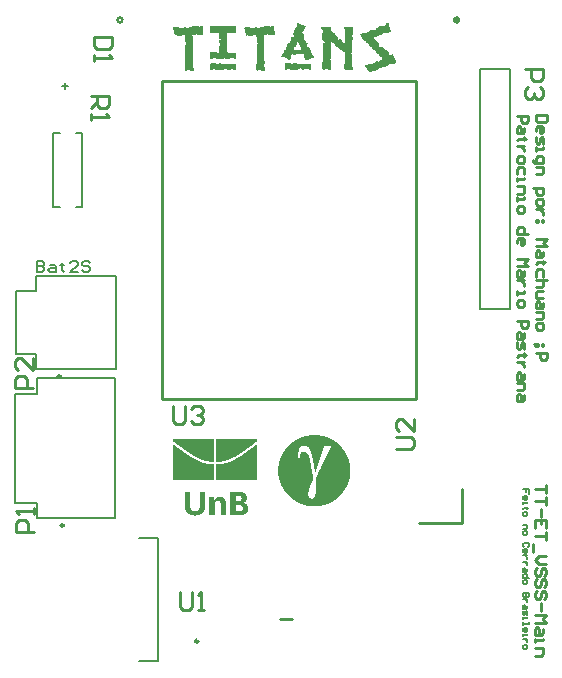
<source format=gbr>
G04*
G04 #@! TF.GenerationSoftware,Altium Limited,Altium Designer,25.0.2 (28)*
G04*
G04 Layer_Color=65535*
%FSLAX44Y44*%
%MOMM*%
G71*
G04*
G04 #@! TF.SameCoordinates,4711C13A-52D9-45D7-B3A0-D515BE669C82*
G04*
G04*
G04 #@! TF.FilePolarity,Positive*
G04*
G01*
G75*
%ADD10C,0.2540*%
%ADD11C,0.2500*%
%ADD12C,0.2000*%
%ADD13C,0.1540*%
G36*
X1004592Y1028186D02*
X1004316D01*
Y1028047D01*
X1004178D01*
Y1027909D01*
X1004040D01*
Y1027771D01*
X1003763D01*
Y1027633D01*
X1003625D01*
Y1027495D01*
X1003349D01*
Y1027356D01*
X1003211D01*
Y1027218D01*
X1003072D01*
Y1027080D01*
X1002796D01*
Y1026942D01*
X1002658D01*
Y1026804D01*
X1002520D01*
Y1026665D01*
X1002243D01*
Y1026527D01*
X1002105D01*
Y1026389D01*
X1001829D01*
Y1026251D01*
X1001691D01*
Y1026113D01*
X1001552D01*
Y1025975D01*
X1001276D01*
Y1025836D01*
X1001138D01*
Y1025698D01*
X1000861D01*
Y1025560D01*
X1000723D01*
Y1025422D01*
X1000585D01*
Y1025284D01*
X1000309D01*
Y1025145D01*
X1000170D01*
Y1025007D01*
X1000032D01*
Y1024869D01*
X999756D01*
Y1024731D01*
X999618D01*
Y1024593D01*
X999341D01*
Y1024455D01*
X999203D01*
Y1024316D01*
X999065D01*
Y1024178D01*
X998789D01*
Y1024040D01*
X998650D01*
Y1023902D01*
X998512D01*
Y1023764D01*
X998236D01*
Y1023625D01*
X998098D01*
Y1023487D01*
X997821D01*
Y1023349D01*
X997683D01*
Y1023211D01*
X997545D01*
Y1023073D01*
X997269D01*
Y1022935D01*
X997130D01*
Y1022796D01*
X996992D01*
Y1022658D01*
X996716D01*
Y1022520D01*
X996578D01*
Y1022382D01*
X996440D01*
Y1022244D01*
X996163D01*
Y1022105D01*
X996025D01*
Y1021967D01*
X995749D01*
Y1021829D01*
X995610D01*
Y1021691D01*
X995472D01*
Y1021553D01*
X995196D01*
Y1021414D01*
X995058D01*
Y1021276D01*
X994781D01*
Y1021138D01*
X994643D01*
Y1021000D01*
X994505D01*
Y1020862D01*
X994229D01*
Y1020724D01*
X994090D01*
Y1020585D01*
X993814D01*
Y1020447D01*
X993676D01*
Y1020309D01*
X993538D01*
Y1020171D01*
X993261D01*
Y1020033D01*
X993123D01*
Y1019894D01*
X992847D01*
Y1019756D01*
X992709D01*
Y1019618D01*
X992570D01*
Y1019480D01*
X992294D01*
Y1019342D01*
X992156D01*
Y1019204D01*
X991879D01*
Y1019065D01*
X991741D01*
Y1018927D01*
X991603D01*
Y1018789D01*
X991327D01*
Y1018651D01*
X991189D01*
Y1018513D01*
X990912D01*
Y1018374D01*
X990774D01*
Y1018236D01*
X990498D01*
Y1018098D01*
X990359D01*
Y1017960D01*
X990083D01*
Y1017822D01*
X989945D01*
Y1017684D01*
X989669D01*
Y1017545D01*
X989392D01*
Y1017407D01*
X989254D01*
Y1017269D01*
X988978D01*
Y1017131D01*
X988839D01*
Y1016993D01*
X988563D01*
Y1016854D01*
X988287D01*
Y1016716D01*
X988148D01*
Y1016578D01*
X987872D01*
Y1016440D01*
X987596D01*
Y1016302D01*
X987458D01*
Y1016164D01*
X987181D01*
Y1016025D01*
X986905D01*
Y1015887D01*
X986628D01*
Y1015749D01*
X986490D01*
Y1015611D01*
X986214D01*
Y1015473D01*
X985938D01*
Y1015334D01*
X985661D01*
Y1015196D01*
X985385D01*
Y1015058D01*
X985108D01*
Y1014920D01*
X984832D01*
Y1014782D01*
X984556D01*
Y1014643D01*
X984279D01*
Y1014505D01*
X984003D01*
Y1014367D01*
X983727D01*
Y1014229D01*
X983450D01*
Y1014091D01*
X983174D01*
Y1013953D01*
X982897D01*
Y1013814D01*
X982621D01*
Y1013676D01*
X982345D01*
Y1013538D01*
X982068D01*
Y1013400D01*
X981654D01*
Y1013262D01*
X981377D01*
Y1013123D01*
X981101D01*
Y1012985D01*
X980686D01*
Y1012847D01*
X980410D01*
Y1012709D01*
X979996D01*
Y1012571D01*
X979581D01*
Y1012433D01*
X979166D01*
Y1012294D01*
X978752D01*
Y1012156D01*
X978337D01*
Y1012018D01*
X977785D01*
Y1011880D01*
X977232D01*
Y1011742D01*
X976541D01*
Y1011603D01*
X975574D01*
Y1011465D01*
X974606D01*
Y1011327D01*
X972810D01*
Y1011189D01*
X970185D01*
Y1030811D01*
X1004592D01*
Y1028186D01*
D02*
G37*
G36*
X968250Y1011189D02*
X965486D01*
Y1011327D01*
X963828D01*
Y1011465D01*
X962723D01*
Y1011603D01*
X961894D01*
Y1011742D01*
X961203D01*
Y1011880D01*
X960650D01*
Y1012018D01*
X960097D01*
Y1012156D01*
X959683D01*
Y1012294D01*
X959130D01*
Y1012433D01*
X958715D01*
Y1012571D01*
X958301D01*
Y1012709D01*
X958024D01*
Y1012847D01*
X957610D01*
Y1012985D01*
X957334D01*
Y1013123D01*
X957057D01*
Y1013262D01*
X956643D01*
Y1013400D01*
X956366D01*
Y1013538D01*
X956090D01*
Y1013676D01*
X955814D01*
Y1013814D01*
X955537D01*
Y1013953D01*
X955123D01*
Y1014091D01*
X954846D01*
Y1014229D01*
X954570D01*
Y1014367D01*
X954294D01*
Y1014505D01*
X954017D01*
Y1014643D01*
X953741D01*
Y1014782D01*
X953464D01*
Y1014920D01*
X953188D01*
Y1015058D01*
X953050D01*
Y1015196D01*
X952774D01*
Y1015334D01*
X952497D01*
Y1015473D01*
X952221D01*
Y1015611D01*
X951944D01*
Y1015749D01*
X951806D01*
Y1015887D01*
X951530D01*
Y1016025D01*
X951253D01*
Y1016164D01*
X950977D01*
Y1016302D01*
X950701D01*
Y1016440D01*
X950563D01*
Y1016578D01*
X950286D01*
Y1016716D01*
X950010D01*
Y1016854D01*
X949872D01*
Y1016993D01*
X949595D01*
Y1017131D01*
X949319D01*
Y1017269D01*
X949181D01*
Y1017407D01*
X948904D01*
Y1017545D01*
X948766D01*
Y1017684D01*
X948490D01*
Y1017822D01*
X948352D01*
Y1017960D01*
X948075D01*
Y1018098D01*
X947937D01*
Y1018236D01*
X947661D01*
Y1018374D01*
X947523D01*
Y1018513D01*
X947246D01*
Y1018651D01*
X947108D01*
Y1018789D01*
X946832D01*
Y1018927D01*
X946693D01*
Y1019065D01*
X946417D01*
Y1019204D01*
X946279D01*
Y1019342D01*
X946003D01*
Y1019480D01*
X945864D01*
Y1019618D01*
X945726D01*
Y1019756D01*
X945450D01*
Y1019894D01*
X945312D01*
Y1020033D01*
X945035D01*
Y1020171D01*
X944897D01*
Y1020309D01*
X944759D01*
Y1020447D01*
X944482D01*
Y1020585D01*
X944344D01*
Y1020724D01*
X944206D01*
Y1020862D01*
X943930D01*
Y1021000D01*
X943792D01*
Y1021138D01*
X943515D01*
Y1021276D01*
X943377D01*
Y1021414D01*
X943239D01*
Y1021553D01*
X942962D01*
Y1021691D01*
X942824D01*
Y1021829D01*
X942686D01*
Y1021967D01*
X942410D01*
Y1022105D01*
X942271D01*
Y1022244D01*
X941995D01*
Y1022382D01*
X941857D01*
Y1022520D01*
X941581D01*
Y1022658D01*
X941442D01*
Y1022796D01*
X941304D01*
Y1022935D01*
X941028D01*
Y1023073D01*
X940890D01*
Y1023211D01*
X940751D01*
Y1023349D01*
X940475D01*
Y1023487D01*
X940337D01*
Y1023625D01*
X940199D01*
Y1023764D01*
X939922D01*
Y1023902D01*
X939784D01*
Y1024040D01*
X939508D01*
Y1024178D01*
X939370D01*
Y1024316D01*
X939231D01*
Y1024455D01*
X938955D01*
Y1024593D01*
X938817D01*
Y1024731D01*
X938540D01*
Y1024869D01*
X938402D01*
Y1025007D01*
X938264D01*
Y1025145D01*
X937988D01*
Y1025284D01*
X937850D01*
Y1025422D01*
X937711D01*
Y1025560D01*
X937435D01*
Y1025698D01*
X937297D01*
Y1025836D01*
X937159D01*
Y1025975D01*
X936882D01*
Y1026113D01*
X936744D01*
Y1026251D01*
X936468D01*
Y1026389D01*
X936330D01*
Y1026527D01*
X936191D01*
Y1026665D01*
X935915D01*
Y1026804D01*
X935777D01*
Y1026942D01*
X935639D01*
Y1027080D01*
X935362D01*
Y1027218D01*
X935224D01*
Y1027356D01*
X934948D01*
Y1027495D01*
X934810D01*
Y1027633D01*
X934533D01*
Y1027771D01*
X934395D01*
Y1027909D01*
X934257D01*
Y1028047D01*
X933980D01*
Y1028186D01*
X933842D01*
Y1030811D01*
X968250D01*
Y1011189D01*
D02*
G37*
G36*
X1004592Y995436D02*
X970185D01*
Y1009116D01*
X971705D01*
Y1009254D01*
X974054D01*
Y1009393D01*
X975297D01*
Y1009531D01*
X976265D01*
Y1009669D01*
X976956D01*
Y1009807D01*
X977646D01*
Y1009945D01*
X978199D01*
Y1010083D01*
X978752D01*
Y1010222D01*
X979305D01*
Y1010360D01*
X979719D01*
Y1010498D01*
X980134D01*
Y1010636D01*
X980548D01*
Y1010774D01*
X980825D01*
Y1010913D01*
X981239D01*
Y1011051D01*
X981654D01*
Y1011189D01*
X981930D01*
Y1011327D01*
X982207D01*
Y1011465D01*
X982483D01*
Y1011603D01*
X982897D01*
Y1011742D01*
X983174D01*
Y1011880D01*
X983450D01*
Y1012018D01*
X983727D01*
Y1012156D01*
X984003D01*
Y1012294D01*
X984279D01*
Y1012433D01*
X984694D01*
Y1012571D01*
X984832D01*
Y1012709D01*
X985108D01*
Y1012847D01*
X985523D01*
Y1012985D01*
X985661D01*
Y1013123D01*
X985938D01*
Y1013262D01*
X986214D01*
Y1013400D01*
X986490D01*
Y1013538D01*
X986767D01*
Y1013676D01*
X987043D01*
Y1013814D01*
X987181D01*
Y1013953D01*
X987458D01*
Y1014091D01*
X987734D01*
Y1014229D01*
X988010D01*
Y1014367D01*
X988287D01*
Y1014505D01*
X988425D01*
Y1014643D01*
X988701D01*
Y1014782D01*
X988978D01*
Y1014920D01*
X989116D01*
Y1015058D01*
X989392D01*
Y1015196D01*
X989669D01*
Y1015334D01*
X989807D01*
Y1015473D01*
X990083D01*
Y1015611D01*
X990359D01*
Y1015749D01*
X990498D01*
Y1015887D01*
X990774D01*
Y1016025D01*
X990912D01*
Y1016164D01*
X991189D01*
Y1016302D01*
X991465D01*
Y1016440D01*
X991603D01*
Y1016578D01*
X991741D01*
Y1016716D01*
X992018D01*
Y1016854D01*
X992294D01*
Y1016993D01*
X992432D01*
Y1017131D01*
X992709D01*
Y1017269D01*
X992847D01*
Y1017407D01*
X992985D01*
Y1017545D01*
X993261D01*
Y1017684D01*
X993399D01*
Y1017822D01*
X993676D01*
Y1017960D01*
X993814D01*
Y1018098D01*
X993952D01*
Y1018236D01*
X994229D01*
Y1018374D01*
X994367D01*
Y1018513D01*
X994643D01*
Y1018651D01*
X994781D01*
Y1018789D01*
X994919D01*
Y1018927D01*
X995196D01*
Y1019065D01*
X995334D01*
Y1019204D01*
X995472D01*
Y1019342D01*
X995749D01*
Y1019480D01*
X995887D01*
Y1019618D01*
X996163D01*
Y1019756D01*
X996301D01*
Y1019894D01*
X996440D01*
Y1020033D01*
X996716D01*
Y1020171D01*
X996854D01*
Y1020309D01*
X996992D01*
Y1020447D01*
X997269D01*
Y1020585D01*
X997407D01*
Y1020724D01*
X997683D01*
Y1020862D01*
X997821D01*
Y1021000D01*
X997960D01*
Y1021138D01*
X998236D01*
Y1021276D01*
X998374D01*
Y1021414D01*
X998512D01*
Y1021553D01*
X998789D01*
Y1021691D01*
X998927D01*
Y1021829D01*
X999203D01*
Y1021967D01*
X999341D01*
Y1022105D01*
X999480D01*
Y1022244D01*
X999756D01*
Y1022382D01*
X999894D01*
Y1022520D01*
X1000170D01*
Y1022658D01*
X1000309D01*
Y1022796D01*
X1000447D01*
Y1022935D01*
X1000723D01*
Y1023073D01*
X1000861D01*
Y1023211D01*
X1001000D01*
Y1023349D01*
X1001276D01*
Y1023487D01*
X1001414D01*
Y1023625D01*
X1001691D01*
Y1023764D01*
X1001829D01*
Y1023902D01*
X1001967D01*
Y1024040D01*
X1002243D01*
Y1024178D01*
X1002381D01*
Y1024316D01*
X1002658D01*
Y1024455D01*
X1002796D01*
Y1024593D01*
X1002934D01*
Y1024731D01*
X1003211D01*
Y1024869D01*
X1003349D01*
Y1025007D01*
X1003487D01*
Y1025145D01*
X1003763D01*
Y1025284D01*
X1003901D01*
Y1025422D01*
X1004178D01*
Y1025560D01*
X1004316D01*
Y1025698D01*
X1004592D01*
Y995436D01*
D02*
G37*
G36*
X934119Y1025560D02*
X934257D01*
Y1025422D01*
X934395D01*
Y1025284D01*
X934671D01*
Y1025145D01*
X934810D01*
Y1025007D01*
X935086D01*
Y1024869D01*
X935224D01*
Y1024731D01*
X935500D01*
Y1024593D01*
X935639D01*
Y1024455D01*
X935777D01*
Y1024316D01*
X936053D01*
Y1024178D01*
X936191D01*
Y1024040D01*
X936330D01*
Y1023902D01*
X936606D01*
Y1023764D01*
X936744D01*
Y1023625D01*
X937020D01*
Y1023487D01*
X937159D01*
Y1023349D01*
X937297D01*
Y1023211D01*
X937573D01*
Y1023073D01*
X937711D01*
Y1022935D01*
X937850D01*
Y1022796D01*
X938126D01*
Y1022658D01*
X938264D01*
Y1022520D01*
X938540D01*
Y1022382D01*
X938679D01*
Y1022244D01*
X938817D01*
Y1022105D01*
X939093D01*
Y1021967D01*
X939231D01*
Y1021829D01*
X939508D01*
Y1021691D01*
X939646D01*
Y1021553D01*
X939784D01*
Y1021414D01*
X940061D01*
Y1021276D01*
X940199D01*
Y1021138D01*
X940337D01*
Y1021000D01*
X940613D01*
Y1020862D01*
X940751D01*
Y1020724D01*
X941028D01*
Y1020585D01*
X941166D01*
Y1020447D01*
X941304D01*
Y1020309D01*
X941581D01*
Y1020171D01*
X941719D01*
Y1020033D01*
X941857D01*
Y1019894D01*
X942133D01*
Y1019756D01*
X942271D01*
Y1019618D01*
X942548D01*
Y1019480D01*
X942686D01*
Y1019342D01*
X942824D01*
Y1019204D01*
X943101D01*
Y1019065D01*
X943239D01*
Y1018927D01*
X943377D01*
Y1018789D01*
X943653D01*
Y1018651D01*
X943792D01*
Y1018513D01*
X944068D01*
Y1018374D01*
X944206D01*
Y1018236D01*
X944344D01*
Y1018098D01*
X944621D01*
Y1017960D01*
X944759D01*
Y1017822D01*
X945035D01*
Y1017684D01*
X945173D01*
Y1017545D01*
X945312D01*
Y1017407D01*
X945588D01*
Y1017269D01*
X945726D01*
Y1017131D01*
X946003D01*
Y1016993D01*
X946141D01*
Y1016854D01*
X946417D01*
Y1016716D01*
X946555D01*
Y1016578D01*
X946832D01*
Y1016440D01*
X946970D01*
Y1016302D01*
X947246D01*
Y1016164D01*
X947384D01*
Y1016025D01*
X947661D01*
Y1015887D01*
X947937D01*
Y1015749D01*
X948075D01*
Y1015611D01*
X948352D01*
Y1015473D01*
X948490D01*
Y1015334D01*
X948766D01*
Y1015196D01*
X949043D01*
Y1015058D01*
X949181D01*
Y1014920D01*
X949457D01*
Y1014782D01*
X949733D01*
Y1014643D01*
X950010D01*
Y1014505D01*
X950148D01*
Y1014367D01*
X950424D01*
Y1014229D01*
X950701D01*
Y1014091D01*
X950977D01*
Y1013953D01*
X951115D01*
Y1013814D01*
X951392D01*
Y1013676D01*
X951668D01*
Y1013538D01*
X951944D01*
Y1013400D01*
X952221D01*
Y1013262D01*
X952359D01*
Y1013123D01*
X952774D01*
Y1012985D01*
X952912D01*
Y1012847D01*
X953188D01*
Y1012709D01*
X953464D01*
Y1012571D01*
X953741D01*
Y1012433D01*
X954155D01*
Y1012294D01*
X954294D01*
Y1012156D01*
X954570D01*
Y1012018D01*
X954984D01*
Y1011880D01*
X955261D01*
Y1011742D01*
X955537D01*
Y1011603D01*
X955814D01*
Y1011465D01*
X956090D01*
Y1011327D01*
X956504D01*
Y1011189D01*
X956781D01*
Y1011051D01*
X957195D01*
Y1010913D01*
X957472D01*
Y1010774D01*
X957886D01*
Y1010636D01*
X958301D01*
Y1010498D01*
X958715D01*
Y1010360D01*
X959130D01*
Y1010222D01*
X959683D01*
Y1010083D01*
X960097D01*
Y1009945D01*
X960788D01*
Y1009807D01*
X961341D01*
Y1009669D01*
X962170D01*
Y1009531D01*
X963137D01*
Y1009393D01*
X964381D01*
Y1009254D01*
X966177D01*
Y1009116D01*
X966315D01*
Y1009254D01*
X966592D01*
Y1009116D01*
X968112D01*
Y995436D01*
X933842D01*
Y1025698D01*
X934119D01*
Y1025560D01*
D02*
G37*
G36*
X974054Y981203D02*
X975021D01*
Y981065D01*
X975436D01*
Y980927D01*
X975850D01*
Y980789D01*
X976126D01*
Y980650D01*
X976265D01*
Y980512D01*
X976541D01*
Y980374D01*
X976679D01*
Y980236D01*
X976817D01*
Y980098D01*
X976956D01*
Y979959D01*
X977094D01*
Y979821D01*
X977232D01*
Y979683D01*
X977370D01*
Y979407D01*
X977508D01*
Y979269D01*
X977646D01*
Y978992D01*
X977785D01*
Y978716D01*
X977923D01*
Y978301D01*
X978061D01*
Y977748D01*
X978199D01*
Y976919D01*
X978337D01*
Y966003D01*
X978199D01*
Y965865D01*
X973916D01*
Y966003D01*
X973777D01*
Y976228D01*
X973639D01*
Y976643D01*
X973501D01*
Y976919D01*
X973363D01*
Y977196D01*
X973225D01*
Y977334D01*
X973086D01*
Y977472D01*
X972948D01*
Y977610D01*
X972810D01*
Y977748D01*
X972395D01*
Y977887D01*
X970737D01*
Y977748D01*
X970323D01*
Y977610D01*
X970046D01*
Y977472D01*
X969908D01*
Y977334D01*
X969770D01*
Y977196D01*
X969632D01*
Y977058D01*
X969494D01*
Y976919D01*
X969355D01*
Y976643D01*
X969217D01*
Y976367D01*
X969079D01*
Y975952D01*
X968941D01*
Y975538D01*
X968803D01*
Y974708D01*
X968665D01*
Y965865D01*
X964381D01*
Y966003D01*
X964243D01*
Y981065D01*
X968388D01*
Y980512D01*
X968526D01*
Y978854D01*
X968665D01*
Y978301D01*
X968803D01*
Y978439D01*
X968941D01*
Y978716D01*
X969079D01*
Y978992D01*
X969217D01*
Y979269D01*
X969355D01*
Y979407D01*
X969494D01*
Y979683D01*
X969632D01*
Y979821D01*
X969770D01*
Y979959D01*
X969908D01*
Y980098D01*
X970046D01*
Y980236D01*
X970185D01*
Y980374D01*
X970461D01*
Y980512D01*
X970599D01*
Y980650D01*
X970875D01*
Y980789D01*
X971152D01*
Y980927D01*
X971566D01*
Y981065D01*
X971981D01*
Y981203D01*
X972948D01*
Y981341D01*
X974054D01*
Y981203D01*
D02*
G37*
G36*
X1057743Y1033038D02*
X1060252D01*
Y1032620D01*
X1061925D01*
Y1032202D01*
X1063179D01*
Y1031784D01*
X1064433D01*
Y1031366D01*
X1065270D01*
Y1030947D01*
X1066524D01*
Y1030529D01*
X1066942D01*
Y1030111D01*
X1068197D01*
Y1029693D01*
X1068615D01*
Y1029275D01*
X1069451D01*
Y1028857D01*
X1070287D01*
Y1028438D01*
X1070706D01*
Y1028020D01*
X1071124D01*
Y1027602D01*
X1071960D01*
Y1027184D01*
X1072378D01*
Y1026766D01*
X1072796D01*
Y1026348D01*
X1073633D01*
Y1025929D01*
X1074051D01*
Y1025511D01*
X1074469D01*
Y1025093D01*
X1074887D01*
Y1024675D01*
X1075305D01*
Y1024257D01*
X1075723D01*
Y1023839D01*
X1076142D01*
Y1023421D01*
X1076560D01*
Y1023002D01*
X1076978D01*
Y1022166D01*
X1077396D01*
Y1021748D01*
X1077814D01*
Y1021330D01*
X1078232D01*
Y1020494D01*
X1078650D01*
Y1020076D01*
X1079069D01*
Y1019239D01*
X1079487D01*
Y1018821D01*
X1079905D01*
Y1017985D01*
X1080323D01*
Y1017149D01*
X1080741D01*
Y1016312D01*
X1081159D01*
Y1015476D01*
X1081577D01*
Y1014640D01*
X1081996D01*
Y1013385D01*
X1082414D01*
Y1012131D01*
X1082832D01*
Y1010458D01*
X1083250D01*
Y1008367D01*
X1083668D01*
Y1003350D01*
X1084086D01*
Y1002931D01*
X1083668D01*
Y998750D01*
X1083250D01*
Y996659D01*
X1082832D01*
Y994987D01*
X1082414D01*
Y993732D01*
X1081996D01*
Y992896D01*
X1081577D01*
Y991641D01*
X1081159D01*
Y990805D01*
X1080741D01*
Y989969D01*
X1080323D01*
Y989133D01*
X1079905D01*
Y988715D01*
X1079487D01*
Y987878D01*
X1079069D01*
Y987042D01*
X1078650D01*
Y986624D01*
X1078232D01*
Y986206D01*
X1077814D01*
Y985369D01*
X1077396D01*
Y984951D01*
X1076978D01*
Y984533D01*
X1076560D01*
Y984115D01*
X1076142D01*
Y983697D01*
X1075723D01*
Y982860D01*
X1075305D01*
Y982442D01*
X1074887D01*
Y982024D01*
X1074051D01*
Y981606D01*
X1073633D01*
Y981188D01*
X1073214D01*
Y980770D01*
X1072796D01*
Y980351D01*
X1072378D01*
Y979933D01*
X1071542D01*
Y979515D01*
X1071124D01*
Y979097D01*
X1070706D01*
Y978679D01*
X1069869D01*
Y978261D01*
X1069033D01*
Y977843D01*
X1068615D01*
Y977424D01*
X1067779D01*
Y977006D01*
X1066942D01*
Y976588D01*
X1066106D01*
Y976170D01*
X1065270D01*
Y975752D01*
X1064015D01*
Y975334D01*
X1062761D01*
Y974916D01*
X1061506D01*
Y974497D01*
X1059834D01*
Y974079D01*
X1056907D01*
Y973661D01*
X1049380D01*
Y974079D01*
X1046453D01*
Y974497D01*
X1045199D01*
Y974916D01*
X1043526D01*
Y975334D01*
X1042272D01*
Y975752D01*
X1041435D01*
Y976170D01*
X1040181D01*
Y976588D01*
X1039345D01*
Y977006D01*
X1038508D01*
Y977424D01*
X1037672D01*
Y977843D01*
X1037254D01*
Y978261D01*
X1036417D01*
Y978679D01*
X1035999D01*
Y979097D01*
X1035163D01*
Y979515D01*
X1034745D01*
Y979933D01*
X1033909D01*
Y980351D01*
X1033491D01*
Y980770D01*
X1033072D01*
Y981188D01*
X1032654D01*
Y981606D01*
X1032236D01*
Y982024D01*
X1031818D01*
Y982442D01*
X1031400D01*
Y982860D01*
X1030982D01*
Y983279D01*
X1030563D01*
Y983697D01*
X1030145D01*
Y984115D01*
X1029727D01*
Y984533D01*
X1029309D01*
Y984951D01*
X1028891D01*
Y985369D01*
X1028473D01*
Y986206D01*
X1028055D01*
Y986624D01*
X1027636D01*
Y987460D01*
X1027218D01*
Y987878D01*
X1026800D01*
Y988715D01*
X1026382D01*
Y989551D01*
X1025964D01*
Y990387D01*
X1025546D01*
Y990805D01*
X1025127D01*
Y991641D01*
X1024709D01*
Y992896D01*
X1024291D01*
Y994150D01*
X1023873D01*
Y995405D01*
X1023455D01*
Y997077D01*
X1023037D01*
Y999168D01*
X1022619D01*
Y1007949D01*
X1023037D01*
Y1010458D01*
X1023455D01*
Y1011713D01*
X1023873D01*
Y1012967D01*
X1024291D01*
Y1014221D01*
X1024709D01*
Y1015476D01*
X1025127D01*
Y1016312D01*
X1025546D01*
Y1017149D01*
X1025964D01*
Y1017985D01*
X1026382D01*
Y1018403D01*
X1026800D01*
Y1019239D01*
X1027218D01*
Y1020076D01*
X1027636D01*
Y1020494D01*
X1028055D01*
Y1020912D01*
X1028473D01*
Y1021748D01*
X1028891D01*
Y1022166D01*
X1029309D01*
Y1022584D01*
X1029727D01*
Y1023002D01*
X1030145D01*
Y1023839D01*
X1030563D01*
Y1024257D01*
X1030982D01*
Y1024675D01*
X1031400D01*
Y1025093D01*
X1031818D01*
Y1025511D01*
X1032654D01*
Y1025929D01*
X1033072D01*
Y1026348D01*
X1033491D01*
Y1026766D01*
X1033909D01*
Y1027184D01*
X1034327D01*
Y1027602D01*
X1035163D01*
Y1028020D01*
X1035581D01*
Y1028438D01*
X1036417D01*
Y1028857D01*
X1036836D01*
Y1029275D01*
X1037672D01*
Y1029693D01*
X1038508D01*
Y1030111D01*
X1039345D01*
Y1030529D01*
X1040181D01*
Y1030947D01*
X1041017D01*
Y1031366D01*
X1042272D01*
Y1031784D01*
X1043108D01*
Y1032202D01*
X1044362D01*
Y1032620D01*
X1046035D01*
Y1033038D01*
X1048544D01*
Y1033456D01*
X1057743D01*
Y1033038D01*
D02*
G37*
G36*
X960512Y972221D02*
X960374D01*
Y971254D01*
X960235D01*
Y970701D01*
X960097D01*
Y970287D01*
X959959D01*
Y969872D01*
X959821D01*
Y969596D01*
X959683D01*
Y969319D01*
X959545D01*
Y969043D01*
X959406D01*
Y968767D01*
X959268D01*
Y968628D01*
X959130D01*
Y968352D01*
X958992D01*
Y968214D01*
X958854D01*
Y968076D01*
X958715D01*
Y967937D01*
X958577D01*
Y967799D01*
X958439D01*
Y967661D01*
X958301D01*
Y967523D01*
X958163D01*
Y967385D01*
X958024D01*
Y967247D01*
X957748D01*
Y967108D01*
X957610D01*
Y966970D01*
X957334D01*
Y966832D01*
X957195D01*
Y966694D01*
X956919D01*
Y966556D01*
X956643D01*
Y966417D01*
X956228D01*
Y966279D01*
X955952D01*
Y966141D01*
X955399D01*
Y966003D01*
X954984D01*
Y965865D01*
X954155D01*
Y965726D01*
X952912D01*
Y965588D01*
X951253D01*
Y965726D01*
X949872D01*
Y965865D01*
X949181D01*
Y966003D01*
X948628D01*
Y966141D01*
X948213D01*
Y966279D01*
X947799D01*
Y966417D01*
X947523D01*
Y966556D01*
X947246D01*
Y966694D01*
X946970D01*
Y966832D01*
X946693D01*
Y966970D01*
X946555D01*
Y967108D01*
X946279D01*
Y967247D01*
X946141D01*
Y967385D01*
X946003D01*
Y967523D01*
X945864D01*
Y967661D01*
X945726D01*
Y967799D01*
X945588D01*
Y967937D01*
X945450D01*
Y968076D01*
X945312D01*
Y968214D01*
X945173D01*
Y968352D01*
X945035D01*
Y968628D01*
X944897D01*
Y968767D01*
X944759D01*
Y969043D01*
X944621D01*
Y969181D01*
X944482D01*
Y969596D01*
X944344D01*
Y969872D01*
X944206D01*
Y970148D01*
X944068D01*
Y970701D01*
X943930D01*
Y971254D01*
X943792D01*
Y972221D01*
X943653D01*
Y985487D01*
X943792D01*
Y985625D01*
X948075D01*
Y985487D01*
X948213D01*
Y972221D01*
X948352D01*
Y971668D01*
X948490D01*
Y971254D01*
X948628D01*
Y970977D01*
X948766D01*
Y970701D01*
X948904D01*
Y970563D01*
X949043D01*
Y970425D01*
X949181D01*
Y970148D01*
X949457D01*
Y970010D01*
X949595D01*
Y969872D01*
X949733D01*
Y969734D01*
X949872D01*
Y969596D01*
X950148D01*
Y969457D01*
X950563D01*
Y969319D01*
X951115D01*
Y969181D01*
X953188D01*
Y969319D01*
X953741D01*
Y969457D01*
X954017D01*
Y969596D01*
X954294D01*
Y969734D01*
X954432D01*
Y969872D01*
X954708D01*
Y970010D01*
X954846D01*
Y970148D01*
X954984D01*
Y970287D01*
X955123D01*
Y970563D01*
X955261D01*
Y970701D01*
X955399D01*
Y970977D01*
X955537D01*
Y971392D01*
X955675D01*
Y971807D01*
X955814D01*
Y972359D01*
X955952D01*
Y985487D01*
X956090D01*
Y985625D01*
X960512D01*
Y972221D01*
D02*
G37*
G36*
X989807Y985487D02*
X991189D01*
Y985349D01*
X991879D01*
Y985210D01*
X992432D01*
Y985072D01*
X992847D01*
Y984934D01*
X993261D01*
Y984796D01*
X993538D01*
Y984658D01*
X993814D01*
Y984520D01*
X993952D01*
Y984381D01*
X994229D01*
Y984243D01*
X994367D01*
Y984105D01*
X994643D01*
Y983967D01*
X994781D01*
Y983829D01*
X994919D01*
Y983690D01*
X995058D01*
Y983552D01*
X995196D01*
Y983276D01*
X995334D01*
Y983138D01*
X995472D01*
Y982861D01*
X995610D01*
Y982585D01*
X995749D01*
Y982170D01*
X995887D01*
Y981756D01*
X996025D01*
Y979545D01*
X995887D01*
Y978992D01*
X995749D01*
Y978716D01*
X995610D01*
Y978439D01*
X995472D01*
Y978163D01*
X995334D01*
Y978025D01*
X995196D01*
Y977748D01*
X995058D01*
Y977610D01*
X994919D01*
Y977472D01*
X994781D01*
Y977334D01*
X994505D01*
Y977196D01*
X994367D01*
Y977058D01*
X994090D01*
Y976919D01*
X993814D01*
Y976781D01*
X993538D01*
Y976643D01*
X993261D01*
Y976505D01*
X992847D01*
Y976367D01*
X992985D01*
Y976228D01*
X993538D01*
Y976090D01*
X993952D01*
Y975952D01*
X994367D01*
Y975814D01*
X994643D01*
Y975676D01*
X994919D01*
Y975538D01*
X995196D01*
Y975399D01*
X995334D01*
Y975261D01*
X995610D01*
Y975123D01*
X995749D01*
Y974985D01*
X995887D01*
Y974847D01*
X996025D01*
Y974708D01*
X996163D01*
Y974570D01*
X996301D01*
Y974294D01*
X996440D01*
Y974156D01*
X996578D01*
Y973879D01*
X996716D01*
Y973603D01*
X996854D01*
Y973188D01*
X996992D01*
Y972774D01*
X997130D01*
Y970287D01*
X996992D01*
Y969734D01*
X996854D01*
Y969319D01*
X996716D01*
Y969043D01*
X996578D01*
Y968767D01*
X996440D01*
Y968628D01*
X996301D01*
Y968352D01*
X996163D01*
Y968214D01*
X996025D01*
Y968076D01*
X995887D01*
Y967937D01*
X995749D01*
Y967799D01*
X995610D01*
Y967661D01*
X995472D01*
Y967523D01*
X995334D01*
Y967385D01*
X995058D01*
Y967247D01*
X994919D01*
Y967108D01*
X994643D01*
Y966970D01*
X994505D01*
Y966832D01*
X994090D01*
Y966694D01*
X993814D01*
Y966556D01*
X993399D01*
Y966417D01*
X992985D01*
Y966279D01*
X992432D01*
Y966141D01*
X991741D01*
Y966003D01*
X990359D01*
Y965865D01*
X982207D01*
Y966003D01*
X982068D01*
Y978439D01*
Y978578D01*
Y985625D01*
X989807D01*
Y985487D01*
D02*
G37*
G36*
X1019287Y1375775D02*
X1019941D01*
Y1372504D01*
X1014054D01*
Y1373158D01*
X1012745D01*
Y1372504D01*
X1010129D01*
Y1371850D01*
X1010783D01*
Y1368579D01*
Y1367925D01*
Y1350263D01*
X1011437D01*
Y1347646D01*
X1010783D01*
Y1345030D01*
X1011437D01*
Y1342413D01*
X1008166D01*
Y1343067D01*
X1005550D01*
Y1342413D01*
X1004242D01*
Y1343067D01*
X1003587D01*
Y1347646D01*
X1004242D01*
Y1364000D01*
X1004896D01*
Y1364654D01*
X1005550D01*
Y1365962D01*
X1004896D01*
Y1366617D01*
X1004242D01*
Y1371196D01*
X1003587D01*
Y1372504D01*
X1001625D01*
Y1371850D01*
X997046D01*
Y1372504D01*
X995738D01*
Y1371850D01*
X995084D01*
Y1374466D01*
X994429D01*
Y1377737D01*
X993775D01*
Y1378391D01*
X994429D01*
Y1379045D01*
X998354D01*
Y1378391D01*
X1002933D01*
Y1379045D01*
X1004896D01*
Y1378391D01*
X1007512D01*
Y1379045D01*
X1010129D01*
Y1379699D01*
X1016016D01*
Y1379045D01*
X1016670D01*
Y1379699D01*
X1017324D01*
Y1380354D01*
X1019287D01*
Y1375775D01*
D02*
G37*
G36*
X959106Y1372504D02*
X953873D01*
Y1373158D01*
X952564D01*
Y1372504D01*
X949948D01*
Y1371850D01*
X950602D01*
Y1351571D01*
X949948D01*
Y1350917D01*
X950602D01*
Y1344376D01*
X951256D01*
Y1342413D01*
X947985D01*
Y1343067D01*
X945369D01*
Y1342413D01*
X943406D01*
Y1349609D01*
X944061D01*
Y1351571D01*
X943406D01*
Y1355496D01*
X944061D01*
Y1364000D01*
X944715D01*
Y1366617D01*
X944061D01*
Y1367271D01*
X943406D01*
Y1372504D01*
X940790D01*
Y1371850D01*
X936865D01*
Y1372504D01*
X935557D01*
Y1371850D01*
X934903D01*
Y1373158D01*
X934249D01*
Y1376429D01*
X933594D01*
Y1379045D01*
X938173D01*
Y1378391D01*
X942752D01*
Y1379045D01*
X944715D01*
Y1378391D01*
X947331D01*
Y1379045D01*
X949948D01*
Y1379699D01*
X955835D01*
Y1379045D01*
X956489D01*
Y1379699D01*
X957143D01*
Y1380354D01*
X959106D01*
Y1372504D01*
D02*
G37*
G36*
X968918Y1379699D02*
X986580D01*
Y1379045D01*
X987234D01*
Y1374466D01*
X979384D01*
Y1358113D01*
X980038D01*
Y1357459D01*
X987234D01*
Y1352880D01*
X986580D01*
Y1352225D01*
X985272D01*
Y1352880D01*
X982001D01*
Y1352225D01*
X977422D01*
Y1352880D01*
X976768D01*
Y1352225D01*
X969572D01*
Y1352880D01*
X967610D01*
Y1352225D01*
X964993D01*
Y1358113D01*
X970880D01*
Y1357459D01*
X972189D01*
Y1358113D01*
X972843D01*
Y1363346D01*
X973497D01*
Y1365308D01*
X972843D01*
Y1367925D01*
X974151D01*
Y1369233D01*
X972843D01*
Y1373158D01*
X972189D01*
Y1374466D01*
X966955D01*
Y1373812D01*
X965647D01*
Y1374466D01*
X964993D01*
Y1375120D01*
Y1379699D01*
X965647D01*
Y1380354D01*
X968918D01*
Y1379699D01*
D02*
G37*
G36*
X974151Y1348301D02*
X987234D01*
Y1343067D01*
X984617D01*
Y1343722D01*
X982655D01*
Y1343067D01*
X979384D01*
Y1343722D01*
X978730D01*
Y1344376D01*
X978076D01*
Y1343722D01*
X976768D01*
Y1343067D01*
X968918D01*
Y1343722D01*
X967610D01*
Y1343067D01*
X964993D01*
Y1345030D01*
Y1345684D01*
Y1348301D01*
X965647D01*
Y1348955D01*
X970226D01*
Y1348301D01*
X972843D01*
Y1348955D01*
X974151D01*
Y1348301D01*
D02*
G37*
G36*
X1028445Y1345030D02*
Y1348955D01*
X1033678D01*
Y1348301D01*
X1034986D01*
Y1348955D01*
X1038257D01*
Y1348301D01*
X1050031D01*
Y1343067D01*
X1048723D01*
Y1343722D01*
X1044144D01*
Y1343067D01*
X1042836D01*
Y1343722D01*
X1042182D01*
Y1344376D01*
X1040873D01*
Y1343722D01*
X1039565D01*
Y1343067D01*
X1032370D01*
Y1343722D01*
X1030407D01*
Y1343067D01*
X1028445D01*
Y1344376D01*
Y1345030D01*
D02*
G37*
G36*
X1040219Y1381662D02*
X1042182D01*
Y1381008D01*
X1044144D01*
Y1380354D01*
X1045452D01*
Y1379699D01*
X1046107D01*
Y1379045D01*
X1045452D01*
Y1377737D01*
X1044798D01*
Y1377083D01*
X1044144D01*
Y1375775D01*
X1043490D01*
Y1375120D01*
X1042836D01*
Y1374466D01*
X1043490D01*
Y1373158D01*
X1044144D01*
Y1371196D01*
X1044798D01*
Y1368579D01*
X1045452D01*
Y1367271D01*
X1046107D01*
Y1365962D01*
X1046761D01*
Y1365308D01*
X1047415D01*
Y1364654D01*
X1046761D01*
Y1362692D01*
X1048069D01*
Y1362038D01*
X1048723D01*
Y1361383D01*
X1049377D01*
Y1360075D01*
X1050031D01*
Y1358767D01*
X1050686D01*
Y1357459D01*
X1051340D01*
Y1355496D01*
X1051994D01*
Y1354842D01*
X1052648D01*
Y1354188D01*
X1053302D01*
Y1353534D01*
X1052648D01*
Y1352880D01*
X1050686D01*
Y1352225D01*
X1048723D01*
Y1351571D01*
X1046761D01*
Y1350917D01*
X1046107D01*
Y1351571D01*
X1045452D01*
Y1352880D01*
X1044798D01*
Y1354842D01*
X1044144D01*
Y1356150D01*
X1037603D01*
Y1355496D01*
X1034986D01*
Y1356150D01*
X1034332D01*
Y1355496D01*
X1033678D01*
Y1354842D01*
X1033024D01*
Y1352225D01*
X1032370D01*
Y1351571D01*
X1031061D01*
Y1352225D01*
X1029753D01*
Y1352880D01*
X1028445D01*
Y1353534D01*
X1025828D01*
Y1354188D01*
X1025174D01*
Y1354842D01*
X1025828D01*
Y1356150D01*
X1026482D01*
Y1357459D01*
X1027137D01*
Y1358113D01*
X1027791D01*
Y1359421D01*
X1028445D01*
Y1360075D01*
X1029099D01*
Y1362038D01*
X1029753D01*
Y1363346D01*
X1030407D01*
Y1364654D01*
X1031061D01*
Y1365308D01*
X1031715D01*
Y1365962D01*
X1032370D01*
Y1367271D01*
X1033024D01*
Y1368579D01*
X1033678D01*
Y1370541D01*
X1034986D01*
Y1371196D01*
X1035640D01*
Y1372504D01*
X1034986D01*
Y1373812D01*
X1035640D01*
Y1375120D01*
X1036294D01*
Y1376429D01*
X1036949D01*
Y1378391D01*
X1037603D01*
Y1379045D01*
X1038257D01*
Y1379699D01*
X1038911D01*
Y1380354D01*
X1038257D01*
Y1381662D01*
X1038911D01*
Y1382316D01*
X1040219D01*
Y1381662D01*
D02*
G37*
G36*
X1061152Y1379045D02*
X1067039D01*
Y1375775D01*
X1068347D01*
Y1375120D01*
X1069001D01*
Y1374466D01*
X1069656D01*
Y1373812D01*
X1070310D01*
Y1373158D01*
X1070964D01*
Y1372504D01*
X1071618D01*
Y1371850D01*
X1072272D01*
Y1371196D01*
X1072926D01*
Y1369233D01*
X1073580D01*
Y1368579D01*
X1074235D01*
Y1369233D01*
X1075543D01*
Y1368579D01*
X1076197D01*
Y1367271D01*
X1076851D01*
Y1366617D01*
X1077505D01*
Y1365962D01*
X1078814D01*
Y1377737D01*
X1078159D01*
Y1379045D01*
X1086009D01*
Y1372504D01*
X1085355D01*
Y1370541D01*
X1086009D01*
Y1368579D01*
X1085355D01*
Y1357459D01*
X1084047D01*
Y1356150D01*
X1084701D01*
Y1355496D01*
X1085355D01*
Y1346992D01*
X1084701D01*
Y1346338D01*
X1085355D01*
Y1345684D01*
X1086009D01*
Y1343067D01*
X1078814D01*
Y1343722D01*
X1078159D01*
Y1348301D01*
X1078814D01*
Y1358113D01*
X1077505D01*
Y1358767D01*
X1076197D01*
Y1359421D01*
X1075543D01*
Y1360075D01*
X1074889D01*
Y1360729D01*
X1074235D01*
Y1361383D01*
X1073580D01*
Y1362038D01*
X1072926D01*
Y1362692D01*
X1071618D01*
Y1363346D01*
X1070964D01*
Y1364000D01*
X1070310D01*
Y1364654D01*
X1069656D01*
Y1365308D01*
X1069001D01*
Y1365962D01*
X1068347D01*
Y1366617D01*
X1067693D01*
Y1367271D01*
X1067039D01*
Y1352225D01*
X1066385D01*
Y1351571D01*
X1067039D01*
Y1349609D01*
X1067693D01*
Y1348955D01*
X1067039D01*
Y1345030D01*
X1067693D01*
Y1343067D01*
X1064423D01*
Y1343722D01*
X1061806D01*
Y1343067D01*
X1060498D01*
Y1343722D01*
X1059844D01*
Y1349609D01*
X1060498D01*
Y1365308D01*
X1061152D01*
Y1365962D01*
X1061806D01*
Y1366617D01*
X1061152D01*
Y1367271D01*
X1060498D01*
Y1367925D01*
X1059844D01*
Y1374466D01*
X1060498D01*
Y1376429D01*
X1059844D01*
Y1377737D01*
X1059189D01*
Y1379045D01*
X1060498D01*
X1061152D01*
D02*
G37*
G36*
X1109558Y1380354D02*
X1112829D01*
Y1381008D01*
X1113483D01*
Y1381662D01*
X1114137D01*
Y1382316D01*
X1114791D01*
Y1382970D01*
X1115445D01*
Y1382316D01*
X1116100D01*
Y1380354D01*
X1116754D01*
Y1379045D01*
X1117408D01*
Y1377083D01*
X1118062D01*
Y1375120D01*
X1116100D01*
Y1374466D01*
X1114137D01*
Y1373812D01*
X1111521D01*
Y1373158D01*
X1110212D01*
Y1372504D01*
X1108250D01*
Y1371850D01*
X1106288D01*
Y1371196D01*
X1104979D01*
Y1370541D01*
X1103671D01*
Y1369233D01*
X1104325D01*
Y1368579D01*
X1104979D01*
Y1367925D01*
X1105633D01*
Y1367271D01*
X1106288D01*
Y1366617D01*
X1106942D01*
Y1365962D01*
X1107596D01*
Y1365308D01*
X1108250D01*
Y1362692D01*
X1110867D01*
Y1362038D01*
X1111521D01*
Y1361383D01*
X1112175D01*
Y1360729D01*
X1112829D01*
Y1360075D01*
X1114137D01*
Y1359421D01*
X1114791D01*
Y1358767D01*
X1115445D01*
Y1358113D01*
X1116100D01*
Y1356804D01*
X1116754D01*
Y1355496D01*
X1118716D01*
Y1356150D01*
X1120024D01*
Y1354842D01*
X1120679D01*
Y1352880D01*
X1121333D01*
Y1351571D01*
X1121987D01*
Y1349609D01*
X1122641D01*
Y1348955D01*
X1121333D01*
Y1348301D01*
X1119370D01*
Y1347646D01*
X1116100D01*
Y1346992D01*
X1115445D01*
Y1346338D01*
X1114137D01*
Y1345684D01*
X1111521D01*
Y1345030D01*
X1110212D01*
Y1344376D01*
X1108250D01*
Y1343722D01*
X1106942D01*
Y1343067D01*
X1104979D01*
Y1342413D01*
X1103671D01*
Y1341759D01*
X1101709D01*
Y1341105D01*
X1099092D01*
Y1341759D01*
X1098438D01*
Y1343067D01*
X1097784D01*
Y1344376D01*
X1097130D01*
Y1345684D01*
X1096476D01*
Y1346992D01*
X1098438D01*
Y1347646D01*
X1099746D01*
Y1348301D01*
X1103017D01*
Y1348955D01*
X1104325D01*
Y1349609D01*
X1105633D01*
Y1350263D01*
X1106942D01*
Y1349609D01*
X1108250D01*
Y1350263D01*
X1108904D01*
Y1351571D01*
X1110212D01*
Y1353534D01*
X1109558D01*
Y1354188D01*
X1108904D01*
Y1354842D01*
X1108250D01*
Y1355496D01*
X1107596D01*
Y1356150D01*
X1106942D01*
Y1356804D01*
X1106288D01*
Y1357459D01*
X1105633D01*
Y1358113D01*
X1104979D01*
Y1358767D01*
X1104325D01*
Y1359421D01*
X1103671D01*
Y1360075D01*
X1103017D01*
Y1360729D01*
X1102363D01*
Y1361383D01*
X1101709D01*
Y1362038D01*
X1101054D01*
Y1362692D01*
X1100400D01*
Y1363346D01*
X1099746D01*
Y1364000D01*
X1099092D01*
Y1364654D01*
X1098438D01*
Y1365308D01*
X1097784D01*
Y1365962D01*
X1097130D01*
Y1367271D01*
X1095167D01*
Y1367925D01*
X1094513D01*
Y1369233D01*
X1093859D01*
Y1370541D01*
X1093205D01*
Y1371196D01*
X1092551D01*
Y1372504D01*
X1091897D01*
Y1373158D01*
X1093205D01*
Y1373812D01*
X1094513D01*
Y1374466D01*
X1097784D01*
Y1375120D01*
X1099746D01*
Y1375775D01*
X1100400D01*
Y1376429D01*
X1101709D01*
Y1377083D01*
X1102363D01*
Y1376429D01*
X1104325D01*
Y1377083D01*
X1104979D01*
Y1378391D01*
X1106942D01*
Y1379045D01*
X1108250D01*
Y1379699D01*
X1109558D01*
Y1380354D01*
D02*
G37*
%LPC*%
G36*
X1066942Y1024675D02*
X1066524D01*
Y1024257D01*
X1061506D01*
Y1023421D01*
X1061088D01*
Y1022584D01*
X1060670D01*
Y1021330D01*
X1060252D01*
Y1020494D01*
X1059834D01*
Y1019239D01*
X1059416D01*
Y1017985D01*
X1058997D01*
Y1016730D01*
X1058579D01*
Y1015476D01*
X1058161D01*
Y1014221D01*
X1057743D01*
Y1012967D01*
X1057325D01*
Y1011713D01*
X1056907D01*
Y1010458D01*
X1056489D01*
Y1009204D01*
X1056070D01*
Y1007531D01*
X1055652D01*
Y1006277D01*
X1055234D01*
Y1005022D01*
X1054816D01*
Y1003350D01*
X1054398D01*
Y1002095D01*
X1053980D01*
Y1001677D01*
X1053561D01*
Y1005022D01*
X1053143D01*
Y1007531D01*
X1052725D01*
Y1010040D01*
X1052307D01*
Y1012131D01*
X1051889D01*
Y1014221D01*
X1051471D01*
Y1015894D01*
X1051053D01*
Y1017567D01*
X1050635D01*
Y1019239D01*
X1050216D01*
Y1020076D01*
X1049798D01*
Y1021330D01*
X1049380D01*
Y1022166D01*
X1048962D01*
Y1022584D01*
X1048544D01*
Y1023421D01*
X1048126D01*
Y1023839D01*
X1047289D01*
Y1024257D01*
X1046453D01*
Y1024675D01*
X1043108D01*
Y1024257D01*
X1042272D01*
Y1023839D01*
X1041853D01*
Y1023421D01*
X1041435D01*
Y1023002D01*
X1041017D01*
Y1022584D01*
X1040599D01*
Y1021748D01*
X1040181D01*
Y1020912D01*
X1039763D01*
Y1019239D01*
X1039345D01*
Y1014640D01*
X1041017D01*
Y1017149D01*
X1041435D01*
Y1017985D01*
X1041853D01*
Y1018821D01*
X1042272D01*
Y1019239D01*
X1042690D01*
Y1019657D01*
X1046035D01*
Y1019239D01*
X1046453D01*
Y1018821D01*
X1046871D01*
Y1018403D01*
X1047289D01*
Y1017985D01*
X1047708D01*
Y1017567D01*
X1048126D01*
Y1016730D01*
X1048544D01*
Y1015476D01*
X1048962D01*
Y1014221D01*
X1049380D01*
Y1012131D01*
X1049798D01*
Y1010040D01*
X1050216D01*
Y1007949D01*
X1050635D01*
Y1005440D01*
X1051053D01*
Y1002931D01*
X1051471D01*
Y1000423D01*
X1051889D01*
Y997495D01*
X1052307D01*
Y995823D01*
X1051889D01*
Y994987D01*
X1051471D01*
Y994150D01*
X1051053D01*
Y993314D01*
X1050635D01*
Y992478D01*
X1050216D01*
Y991223D01*
X1049798D01*
Y989969D01*
X1049380D01*
Y988715D01*
X1048962D01*
Y987460D01*
X1048544D01*
Y985369D01*
X1048126D01*
Y982442D01*
X1048544D01*
Y981188D01*
X1048962D01*
Y980770D01*
X1049380D01*
Y980351D01*
X1050216D01*
Y979933D01*
X1051889D01*
Y980351D01*
X1052725D01*
Y980770D01*
X1053143D01*
Y981188D01*
X1053561D01*
Y982442D01*
X1053980D01*
Y983697D01*
X1054398D01*
Y987042D01*
X1054816D01*
Y992896D01*
X1054398D01*
Y997495D01*
X1054816D01*
Y998332D01*
X1055234D01*
Y999168D01*
X1055652D01*
Y1000004D01*
X1056070D01*
Y1001259D01*
X1056489D01*
Y1002095D01*
X1056907D01*
Y1002931D01*
X1057325D01*
Y1003768D01*
X1057743D01*
Y1004604D01*
X1058161D01*
Y1005440D01*
X1058579D01*
Y1006277D01*
X1058997D01*
Y1007531D01*
X1059416D01*
Y1008367D01*
X1059834D01*
Y1009204D01*
X1060252D01*
Y1010040D01*
X1060670D01*
Y1010876D01*
X1061088D01*
Y1011713D01*
X1061506D01*
Y1012967D01*
X1061925D01*
Y1013803D01*
X1062343D01*
Y1014640D01*
X1062761D01*
Y1015476D01*
X1063179D01*
Y1016312D01*
X1063597D01*
Y1017149D01*
X1064015D01*
Y1017985D01*
X1064433D01*
Y1018821D01*
X1064852D01*
Y1019657D01*
X1065270D01*
Y1020494D01*
X1065688D01*
Y1021330D01*
X1066106D01*
Y1022166D01*
X1066524D01*
Y1023002D01*
X1066942D01*
Y1023839D01*
X1067360D01*
Y1024257D01*
X1066942D01*
Y1024675D01*
D02*
G37*
G36*
X988839Y982447D02*
X988425D01*
Y982309D01*
X988287D01*
Y982447D01*
X986628D01*
Y982309D01*
X986490D01*
Y977748D01*
X989254D01*
Y977887D01*
X989945D01*
Y978025D01*
X990359D01*
Y978163D01*
X990636D01*
Y978301D01*
X990912D01*
Y978439D01*
X991050D01*
Y978578D01*
X991189D01*
Y978854D01*
X991327D01*
Y979130D01*
X991465D01*
Y979545D01*
X991603D01*
Y980650D01*
X991465D01*
Y981065D01*
X991327D01*
Y981341D01*
X991189D01*
Y981618D01*
X991050D01*
Y981756D01*
X990912D01*
Y981894D01*
X990636D01*
Y982032D01*
X990359D01*
Y982170D01*
X989807D01*
Y982309D01*
X988839D01*
Y982447D01*
D02*
G37*
G36*
X990221Y974432D02*
X986490D01*
Y971668D01*
Y971530D01*
Y969181D01*
X990221D01*
Y969319D01*
X990774D01*
Y969457D01*
X991189D01*
Y969596D01*
X991465D01*
Y969734D01*
X991741D01*
Y969872D01*
X991879D01*
Y970010D01*
X992018D01*
Y970148D01*
X992156D01*
Y970287D01*
X992294D01*
Y970563D01*
X992432D01*
Y970839D01*
X992570D01*
Y971530D01*
X992709D01*
Y972083D01*
X992570D01*
Y972774D01*
X992432D01*
Y973050D01*
X992294D01*
Y973327D01*
X992156D01*
Y973465D01*
X992018D01*
Y973603D01*
X991879D01*
Y973741D01*
X991741D01*
Y973879D01*
X991465D01*
Y974018D01*
X991189D01*
Y974156D01*
X990774D01*
Y974294D01*
X990221D01*
Y974432D01*
D02*
G37*
G36*
X1039565Y1366617D02*
X1038911D01*
Y1365308D01*
X1038257D01*
Y1364000D01*
X1037603D01*
Y1362692D01*
X1036949D01*
Y1362038D01*
X1036294D01*
Y1360729D01*
X1035640D01*
Y1360075D01*
X1042182D01*
Y1361383D01*
X1041528D01*
Y1362692D01*
X1040873D01*
Y1364000D01*
X1040219D01*
Y1365308D01*
X1039565D01*
Y1366617D01*
D02*
G37*
%LPD*%
D10*
X1175600Y1385200D02*
G03*
X1175600Y1385200I-2000J0D01*
G01*
X890500D02*
G03*
X890500Y1385200I-2000J0D01*
G01*
X1024500Y878200D02*
X1034500D01*
X1141500Y959200D02*
X1178500D01*
Y988200D01*
X924250Y1325500D02*
Y1333500D01*
X1139250D01*
Y1315500D02*
Y1333500D01*
Y1095500D02*
Y1325500D01*
X924250Y1064500D02*
Y1325500D01*
Y1064500D02*
X1139250D01*
Y1095500D01*
X1122132Y1022304D02*
X1134828D01*
X1137367Y1024843D01*
Y1029922D01*
X1134828Y1032461D01*
X1122132D01*
X1137367Y1047696D02*
Y1037539D01*
X1127211Y1047696D01*
X1124672D01*
X1122132Y1045157D01*
Y1040078D01*
X1124672Y1037539D01*
X1225040Y1304210D02*
X1234037D01*
Y1299711D01*
X1232538Y1298212D01*
X1229539D01*
X1228039Y1299711D01*
Y1304210D01*
X1231038Y1293713D02*
Y1290714D01*
X1229539Y1289215D01*
X1225040D01*
Y1293713D01*
X1226540Y1295213D01*
X1228039Y1293713D01*
Y1289215D01*
X1232538Y1284716D02*
X1231038D01*
Y1286216D01*
Y1283217D01*
Y1284716D01*
X1226540D01*
X1225040Y1283217D01*
X1231038Y1278718D02*
X1225040D01*
X1228039D01*
X1229539Y1277219D01*
X1231038Y1275719D01*
Y1274220D01*
X1225040Y1268222D02*
Y1265223D01*
X1226540Y1263723D01*
X1229539D01*
X1231038Y1265223D01*
Y1268222D01*
X1229539Y1269721D01*
X1226540D01*
X1225040Y1268222D01*
X1231038Y1254726D02*
Y1259224D01*
X1229539Y1260724D01*
X1226540D01*
X1225040Y1259224D01*
Y1254726D01*
Y1251727D02*
Y1248728D01*
Y1250227D01*
X1231038D01*
Y1251727D01*
X1225040Y1244229D02*
X1231038D01*
Y1239731D01*
X1229539Y1238231D01*
X1225040D01*
Y1235232D02*
Y1232233D01*
Y1233733D01*
X1231038D01*
Y1235232D01*
X1225040Y1226235D02*
Y1223236D01*
X1226540Y1221737D01*
X1229539D01*
X1231038Y1223236D01*
Y1226235D01*
X1229539Y1227735D01*
X1226540D01*
X1225040Y1226235D01*
X1234037Y1203743D02*
X1225040D01*
Y1208241D01*
X1226540Y1209741D01*
X1229539D01*
X1231038Y1208241D01*
Y1203743D01*
X1225040Y1196245D02*
Y1199244D01*
X1226540Y1200743D01*
X1229539D01*
X1231038Y1199244D01*
Y1196245D01*
X1229539Y1194745D01*
X1228039D01*
Y1200743D01*
X1225040Y1182749D02*
X1234037D01*
X1231038Y1179750D01*
X1234037Y1176751D01*
X1225040D01*
X1231038Y1172253D02*
Y1169254D01*
X1229539Y1167754D01*
X1225040D01*
Y1172253D01*
X1226540Y1173752D01*
X1228039Y1172253D01*
Y1167754D01*
X1231038Y1164755D02*
X1225040D01*
X1228039D01*
X1229539Y1163256D01*
X1231038Y1161756D01*
Y1160257D01*
X1225040Y1155758D02*
Y1152759D01*
Y1154258D01*
X1231038D01*
Y1155758D01*
X1225040Y1146761D02*
Y1143762D01*
X1226540Y1142262D01*
X1229539D01*
X1231038Y1143762D01*
Y1146761D01*
X1229539Y1148260D01*
X1226540D01*
X1225040Y1146761D01*
Y1130266D02*
X1234037D01*
Y1125768D01*
X1232538Y1124268D01*
X1229539D01*
X1228039Y1125768D01*
Y1130266D01*
X1231038Y1119770D02*
Y1116771D01*
X1229539Y1115271D01*
X1225040D01*
Y1119770D01*
X1226540Y1121269D01*
X1228039Y1119770D01*
Y1115271D01*
X1225040Y1112272D02*
Y1107774D01*
X1226540Y1106274D01*
X1228039Y1107774D01*
Y1110773D01*
X1229539Y1112272D01*
X1231038Y1110773D01*
Y1106274D01*
X1232538Y1101776D02*
X1231038D01*
Y1103275D01*
Y1100276D01*
Y1101776D01*
X1226540D01*
X1225040Y1100276D01*
X1231038Y1095778D02*
X1225040D01*
X1228039D01*
X1229539Y1094278D01*
X1231038Y1092778D01*
Y1091279D01*
Y1085281D02*
Y1082282D01*
X1229539Y1080782D01*
X1225040D01*
Y1085281D01*
X1226540Y1086780D01*
X1228039Y1085281D01*
Y1080782D01*
X1225040Y1077783D02*
X1231038D01*
Y1073285D01*
X1229539Y1071785D01*
X1225040D01*
X1231038Y1067287D02*
Y1064288D01*
X1229539Y1062788D01*
X1225040D01*
Y1067287D01*
X1226540Y1068786D01*
X1228039Y1067287D01*
Y1062788D01*
X1250036Y1304460D02*
X1241039D01*
Y1299961D01*
X1242539Y1298462D01*
X1248537D01*
X1250036Y1299961D01*
Y1304460D01*
X1241039Y1290964D02*
Y1293963D01*
X1242539Y1295463D01*
X1245537D01*
X1247037Y1293963D01*
Y1290964D01*
X1245537Y1289465D01*
X1244038D01*
Y1295463D01*
X1241039Y1286466D02*
Y1281967D01*
X1242539Y1280468D01*
X1244038Y1281967D01*
Y1284966D01*
X1245537Y1286466D01*
X1247037Y1284966D01*
Y1280468D01*
X1241039Y1277469D02*
Y1274470D01*
Y1275969D01*
X1247037D01*
Y1277469D01*
X1238040Y1266972D02*
Y1265473D01*
X1239539Y1263973D01*
X1247037D01*
Y1268472D01*
X1245537Y1269971D01*
X1242539D01*
X1241039Y1268472D01*
Y1263973D01*
Y1260974D02*
X1247037D01*
Y1256476D01*
X1245537Y1254976D01*
X1241039D01*
X1238040Y1242980D02*
X1247037D01*
Y1238481D01*
X1245537Y1236982D01*
X1242539D01*
X1241039Y1238481D01*
Y1242980D01*
Y1232483D02*
Y1229484D01*
X1242539Y1227985D01*
X1245537D01*
X1247037Y1229484D01*
Y1232483D01*
X1245537Y1233983D01*
X1242539D01*
X1241039Y1232483D01*
X1247037Y1224986D02*
X1241039D01*
X1244038D01*
X1245537Y1223486D01*
X1247037Y1221987D01*
Y1220487D01*
Y1215989D02*
Y1214489D01*
X1245537D01*
Y1215989D01*
X1247037D01*
X1242539D02*
Y1214489D01*
X1241039D01*
Y1215989D01*
X1242539D01*
X1241039Y1199494D02*
X1250036D01*
X1247037Y1196495D01*
X1250036Y1193496D01*
X1241039D01*
X1247037Y1188997D02*
Y1185998D01*
X1245537Y1184499D01*
X1241039D01*
Y1188997D01*
X1242539Y1190497D01*
X1244038Y1188997D01*
Y1184499D01*
X1248537Y1180000D02*
X1247037D01*
Y1181500D01*
Y1178501D01*
Y1180000D01*
X1242539D01*
X1241039Y1178501D01*
X1247037Y1168004D02*
Y1172503D01*
X1245537Y1174002D01*
X1242539D01*
X1241039Y1172503D01*
Y1168004D01*
X1250036Y1165005D02*
X1241039D01*
X1245537D01*
X1247037Y1163506D01*
Y1160507D01*
X1245537Y1159007D01*
X1241039D01*
X1247037Y1156008D02*
X1242539D01*
X1241039Y1154509D01*
Y1150010D01*
X1247037D01*
Y1145511D02*
Y1142512D01*
X1245537Y1141013D01*
X1241039D01*
Y1145511D01*
X1242539Y1147011D01*
X1244038Y1145511D01*
Y1141013D01*
X1241039Y1138014D02*
X1247037D01*
Y1133515D01*
X1245537Y1132016D01*
X1241039D01*
Y1127517D02*
Y1124518D01*
X1242539Y1123019D01*
X1245537D01*
X1247037Y1124518D01*
Y1127517D01*
X1245537Y1129017D01*
X1242539D01*
X1241039Y1127517D01*
X1245537Y1111023D02*
X1247037D01*
Y1109523D01*
X1245537D01*
Y1111023D01*
X1242539D02*
Y1109523D01*
X1241039D01*
X1239539Y1111023D01*
X1241039Y1109523D02*
Y1111023D01*
X1242539D01*
X1241039Y1103525D02*
X1250036D01*
Y1099026D01*
X1248537Y1097527D01*
X1245537D01*
X1244038Y1099026D01*
Y1103525D01*
X1249703Y991460D02*
Y984796D01*
Y988128D01*
X1239706D01*
X1249703Y981463D02*
Y974799D01*
Y978131D01*
X1239706D01*
X1244705Y971466D02*
Y964802D01*
X1249703Y954805D02*
Y961470D01*
X1239706D01*
Y954805D01*
X1244705Y961470D02*
Y958137D01*
X1249703Y951473D02*
Y944808D01*
Y948141D01*
X1239706D01*
X1238040Y941476D02*
Y934812D01*
X1249703Y931479D02*
X1243038D01*
X1239706Y928147D01*
X1243038Y924815D01*
X1249703D01*
X1248037Y914818D02*
X1249703Y916484D01*
Y919816D01*
X1248037Y921482D01*
X1246371D01*
X1244705Y919816D01*
Y916484D01*
X1243038Y914818D01*
X1241372D01*
X1239706Y916484D01*
Y919816D01*
X1241372Y921482D01*
X1248037Y904821D02*
X1249703Y906487D01*
Y909820D01*
X1248037Y911486D01*
X1246371D01*
X1244705Y909820D01*
Y906487D01*
X1243038Y904821D01*
X1241372D01*
X1239706Y906487D01*
Y909820D01*
X1241372Y911486D01*
X1248037Y894825D02*
X1249703Y896491D01*
Y899823D01*
X1248037Y901489D01*
X1246371D01*
X1244705Y899823D01*
Y896491D01*
X1243038Y894825D01*
X1241372D01*
X1239706Y896491D01*
Y899823D01*
X1241372Y901489D01*
X1244705Y891492D02*
Y884828D01*
X1239706Y881495D02*
X1249703D01*
X1246371Y878163D01*
X1249703Y874831D01*
X1239706D01*
X1246371Y869833D02*
Y866500D01*
X1244705Y864834D01*
X1239706D01*
Y869833D01*
X1241372Y871499D01*
X1243038Y869833D01*
Y864834D01*
X1239706Y861502D02*
Y858170D01*
Y859836D01*
X1246371D01*
Y861502D01*
X1239706Y853171D02*
X1246371D01*
Y848173D01*
X1244705Y846507D01*
X1239706D01*
X933804Y1058617D02*
Y1045922D01*
X936343Y1043382D01*
X941422D01*
X943961Y1045922D01*
Y1058617D01*
X949039Y1056078D02*
X951578Y1058617D01*
X956657D01*
X959196Y1056078D01*
Y1053539D01*
X956657Y1051000D01*
X954118D01*
X956657D01*
X959196Y1048461D01*
Y1045922D01*
X956657Y1043382D01*
X951578D01*
X949039Y1045922D01*
X939593Y900867D02*
Y888172D01*
X942132Y885632D01*
X947211D01*
X949750Y888172D01*
Y900867D01*
X954828Y885632D02*
X959907D01*
X957368D01*
Y900867D01*
X954828Y898328D01*
X863883Y1321157D02*
X879118D01*
Y1313539D01*
X876578Y1311000D01*
X871500D01*
X868961Y1313539D01*
Y1321157D01*
Y1316078D02*
X863883Y1311000D01*
Y1305922D02*
Y1300843D01*
Y1303382D01*
X879118D01*
X876578Y1305922D01*
X1231133Y1343446D02*
X1246368D01*
Y1335828D01*
X1243828Y1333289D01*
X1238750D01*
X1236211Y1335828D01*
Y1343446D01*
X1243828Y1328211D02*
X1246368Y1325672D01*
Y1320593D01*
X1243828Y1318054D01*
X1241289D01*
X1238750Y1320593D01*
Y1323132D01*
Y1320593D01*
X1236211Y1318054D01*
X1233672D01*
X1231133Y1320593D01*
Y1325672D01*
X1233672Y1328211D01*
X814867Y1073554D02*
X799632D01*
Y1081172D01*
X802172Y1083711D01*
X807250D01*
X809789Y1081172D01*
Y1073554D01*
X814867Y1098946D02*
Y1088789D01*
X804711Y1098946D01*
X802172D01*
X799632Y1096407D01*
Y1091328D01*
X802172Y1088789D01*
X816117Y951593D02*
X800882D01*
Y959211D01*
X803422Y961750D01*
X808500D01*
X811039Y959211D01*
Y951593D01*
X816117Y966828D02*
Y971907D01*
Y969368D01*
X800882D01*
X803422Y966828D01*
X882117Y1370907D02*
X866882D01*
Y1363289D01*
X869422Y1360750D01*
X879578D01*
X882117Y1363289D01*
Y1370907D01*
X866882Y1355672D02*
Y1350593D01*
Y1353132D01*
X882117D01*
X879578Y1355672D01*
D11*
X841000Y957150D02*
G03*
X841000Y957150I-1250J0D01*
G01*
X838500Y1083400D02*
G03*
X838500Y1083400I-1250J0D01*
G01*
X954750Y859100D02*
G03*
X954750Y859100I-1250J0D01*
G01*
D12*
X799750Y976650D02*
Y1068850D01*
X818750D01*
Y1081850D01*
X884750D01*
Y963650D02*
Y1081850D01*
X818750Y963650D02*
X884750D01*
X818750D02*
Y976650D01*
X799750D02*
X818750D01*
X1218700Y1140350D02*
Y1343550D01*
X1193300D02*
X1218700D01*
X1193300Y1140350D02*
Y1343550D01*
Y1140350D02*
X1218700D01*
X817250Y1168500D02*
X885250D01*
X817250Y1156000D02*
Y1168500D01*
X800250Y1156000D02*
X817250D01*
Y1089900D02*
X885250D01*
X817250D02*
Y1102400D01*
X800250D02*
X817250D01*
X800250D02*
Y1156000D01*
X885250Y1089900D02*
Y1168500D01*
X841750Y1326800D02*
Y1331800D01*
X839250Y1329300D02*
X844250D01*
X850990Y1226750D02*
X856250D01*
X832250Y1289750D02*
X837510D01*
X832250Y1226750D02*
X837510D01*
X850990Y1289750D02*
X856250D01*
Y1226750D02*
Y1289750D01*
X832250Y1226750D02*
Y1289750D01*
X921000Y842750D02*
Y946750D01*
X905000D02*
X921000D01*
X905000Y842750D02*
X921000D01*
X818000Y1181497D02*
Y1171500D01*
X822998D01*
X824665Y1173166D01*
Y1174832D01*
X822998Y1176498D01*
X818000D01*
X822998D01*
X824665Y1178165D01*
Y1179831D01*
X822998Y1181497D01*
X818000D01*
X829663Y1178165D02*
X832995D01*
X834661Y1176498D01*
Y1171500D01*
X829663D01*
X827997Y1173166D01*
X829663Y1174832D01*
X834661D01*
X839660Y1179831D02*
Y1178165D01*
X837993D01*
X841326D01*
X839660D01*
Y1173166D01*
X841326Y1171500D01*
X852989D02*
X846324D01*
X852989Y1178165D01*
Y1179831D01*
X851323Y1181497D01*
X847990D01*
X846324Y1179831D01*
X862986D02*
X861319Y1181497D01*
X857987D01*
X856321Y1179831D01*
Y1178165D01*
X857987Y1176498D01*
X861319D01*
X862986Y1174832D01*
Y1173166D01*
X861319Y1171500D01*
X857987D01*
X856321Y1173166D01*
D13*
X1235028Y984218D02*
Y987710D01*
X1232409D01*
Y985964D01*
Y987710D01*
X1229790D01*
Y979853D02*
Y981599D01*
X1230663Y982472D01*
X1232409D01*
X1233282Y981599D01*
Y979853D01*
X1232409Y978979D01*
X1231536D01*
Y982472D01*
X1229790Y977233D02*
Y975487D01*
Y976360D01*
X1233282D01*
Y977233D01*
X1234155Y971995D02*
X1233282D01*
Y972868D01*
Y971122D01*
Y971995D01*
X1230663D01*
X1229790Y971122D01*
Y967630D02*
Y965884D01*
X1230663Y965011D01*
X1232409D01*
X1233282Y965884D01*
Y967630D01*
X1232409Y968503D01*
X1230663D01*
X1229790Y967630D01*
Y958026D02*
X1233282D01*
Y955407D01*
X1232409Y954534D01*
X1229790D01*
Y951915D02*
Y950169D01*
X1230663Y949296D01*
X1232409D01*
X1233282Y950169D01*
Y951915D01*
X1232409Y952788D01*
X1230663D01*
X1229790Y951915D01*
X1234155Y938819D02*
X1235028Y939692D01*
Y941438D01*
X1234155Y942311D01*
X1230663D01*
X1229790Y941438D01*
Y939692D01*
X1230663Y938819D01*
X1229790Y934454D02*
Y936200D01*
X1230663Y937073D01*
X1232409D01*
X1233282Y936200D01*
Y934454D01*
X1232409Y933581D01*
X1231536D01*
Y937073D01*
X1233282Y931835D02*
X1229790D01*
X1231536D01*
X1232409Y930962D01*
X1233282Y930089D01*
Y929216D01*
Y926597D02*
X1229790D01*
X1231536D01*
X1232409Y925723D01*
X1233282Y924850D01*
Y923977D01*
Y920485D02*
Y918739D01*
X1232409Y917866D01*
X1229790D01*
Y920485D01*
X1230663Y921358D01*
X1231536Y920485D01*
Y917866D01*
X1235028Y912628D02*
X1229790D01*
Y915247D01*
X1230663Y916120D01*
X1232409D01*
X1233282Y915247D01*
Y912628D01*
X1229790Y910009D02*
Y908262D01*
X1230663Y907390D01*
X1232409D01*
X1233282Y908262D01*
Y910009D01*
X1232409Y910882D01*
X1230663D01*
X1229790Y910009D01*
X1235028Y900405D02*
X1229790D01*
Y897786D01*
X1230663Y896913D01*
X1231536D01*
X1232409Y897786D01*
Y900405D01*
Y897786D01*
X1233282Y896913D01*
X1234155D01*
X1235028Y897786D01*
Y900405D01*
X1233282Y895167D02*
X1229790D01*
X1231536D01*
X1232409Y894294D01*
X1233282Y893421D01*
Y892548D01*
Y889055D02*
Y887309D01*
X1232409Y886436D01*
X1229790D01*
Y889055D01*
X1230663Y889929D01*
X1231536Y889055D01*
Y886436D01*
X1229790Y884690D02*
Y882071D01*
X1230663Y881198D01*
X1231536Y882071D01*
Y883817D01*
X1232409Y884690D01*
X1233282Y883817D01*
Y881198D01*
X1229790Y879452D02*
Y877706D01*
Y878579D01*
X1233282D01*
Y879452D01*
X1229790Y875087D02*
Y873341D01*
Y874214D01*
X1235028D01*
Y875087D01*
X1229790Y868102D02*
Y869848D01*
X1230663Y870721D01*
X1232409D01*
X1233282Y869848D01*
Y868102D01*
X1232409Y867229D01*
X1231536D01*
Y870721D01*
X1229790Y865483D02*
Y863737D01*
Y864610D01*
X1233282D01*
Y865483D01*
Y861118D02*
X1229790D01*
X1231536D01*
X1232409Y860245D01*
X1233282Y859372D01*
Y858499D01*
X1229790Y855006D02*
Y853260D01*
X1230663Y852387D01*
X1232409D01*
X1233282Y853260D01*
Y855006D01*
X1232409Y855880D01*
X1230663D01*
X1229790Y855006D01*
M02*

</source>
